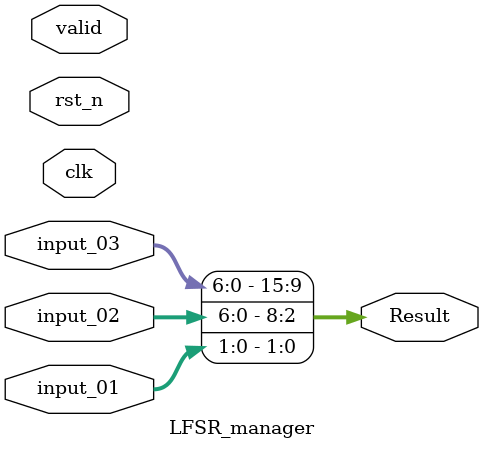
<source format=v>
module LFSR_manager (
    input clk,
    input rst_n,
    input valid,

    input [6:0] input_01,
    input [6:0] input_02,
    input [6:0] input_03,

    output [15:0] Result
);

assign Result = {input_03[6:0] , input_02[6:0] , input_01[1:0]};

endmodule
</source>
